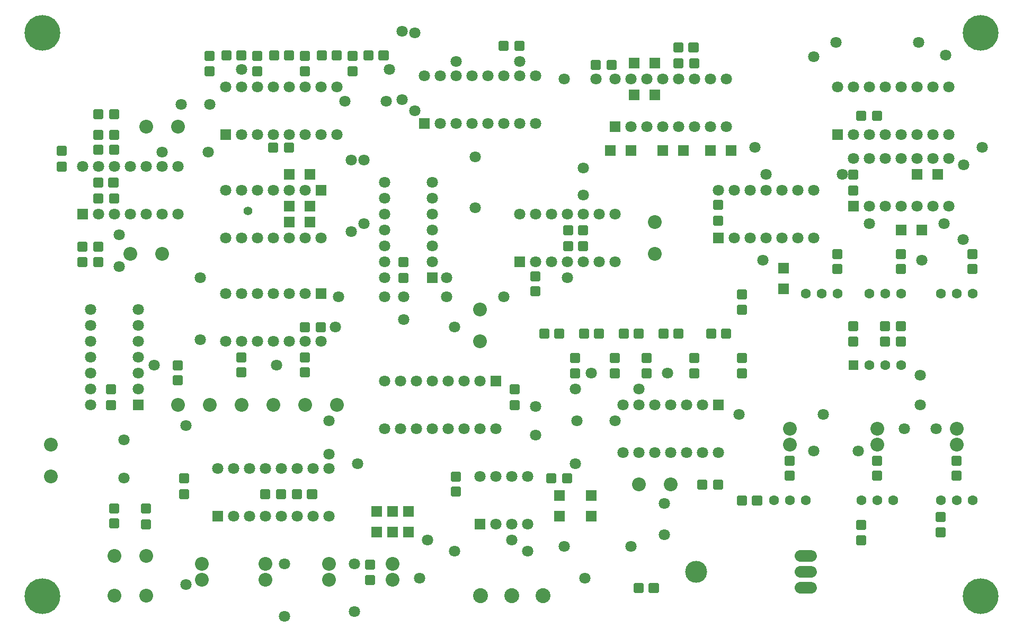
<source format=gbr>
G04 EAGLE Gerber RS-274X export*
G75*
%MOMM*%
%FSLAX34Y34*%
%LPD*%
%INSoldermask Bottom*%
%IPPOS*%
%AMOC8*
5,1,8,0,0,1.08239X$1,22.5*%
G01*
%ADD10C,2.203200*%
%ADD11C,0.480959*%
%ADD12R,1.703200X1.703200*%
%ADD13R,1.603200X1.603200*%
%ADD14C,1.603200*%
%ADD15C,1.879600*%
%ADD16C,3.505200*%
%ADD17R,1.803200X1.803200*%
%ADD18C,1.803200*%
%ADD19C,2.387600*%
%ADD20C,1.409600*%
%ADD21C,5.703200*%


D10*
X1003300Y228600D03*
X1054100Y228600D03*
D11*
X221511Y170711D02*
X221511Y159489D01*
X210289Y159489D01*
X210289Y170711D01*
X221511Y170711D01*
X221511Y164058D02*
X210289Y164058D01*
X210289Y168627D02*
X221511Y168627D01*
X221511Y184889D02*
X221511Y196111D01*
X221511Y184889D02*
X210289Y184889D01*
X210289Y196111D01*
X221511Y196111D01*
X221511Y189458D02*
X210289Y189458D01*
X210289Y194027D02*
X221511Y194027D01*
X145311Y814809D02*
X134089Y814809D01*
X134089Y826031D01*
X145311Y826031D01*
X145311Y814809D01*
X145311Y819378D02*
X134089Y819378D01*
X134089Y823947D02*
X145311Y823947D01*
X159489Y814809D02*
X170711Y814809D01*
X159489Y814809D02*
X159489Y826031D01*
X170711Y826031D01*
X170711Y814809D01*
X170711Y819378D02*
X159489Y819378D01*
X159489Y823947D02*
X170711Y823947D01*
D10*
X368300Y355600D03*
X419100Y355600D03*
X469900Y355600D03*
X520700Y355600D03*
X266700Y355600D03*
X317500Y355600D03*
D11*
X810791Y361211D02*
X810791Y349989D01*
X799569Y349989D01*
X799569Y361211D01*
X810791Y361211D01*
X810791Y354558D02*
X799569Y354558D01*
X799569Y359127D02*
X810791Y359127D01*
X810791Y375389D02*
X810791Y386611D01*
X810791Y375389D02*
X799569Y375389D01*
X799569Y386611D01*
X810791Y386611D01*
X810791Y379958D02*
X799569Y379958D01*
X799569Y384527D02*
X810791Y384527D01*
X1340589Y718289D02*
X1340589Y729511D01*
X1351811Y729511D01*
X1351811Y718289D01*
X1340589Y718289D01*
X1340589Y722858D02*
X1351811Y722858D01*
X1351811Y727427D02*
X1340589Y727427D01*
X1340589Y704111D02*
X1340589Y692889D01*
X1340589Y704111D02*
X1351811Y704111D01*
X1351811Y692889D01*
X1340589Y692889D01*
X1340589Y697458D02*
X1351811Y697458D01*
X1351811Y702027D02*
X1340589Y702027D01*
D10*
X190500Y596900D03*
X241300Y596900D03*
X215900Y800100D03*
X266700Y800100D03*
D11*
X170711Y691411D02*
X159489Y691411D01*
X170711Y691411D02*
X170711Y680189D01*
X159489Y680189D01*
X159489Y691411D01*
X159489Y684758D02*
X170711Y684758D01*
X170711Y689327D02*
X159489Y689327D01*
X145311Y691411D02*
X134089Y691411D01*
X145311Y691411D02*
X145311Y680189D01*
X134089Y680189D01*
X134089Y691411D01*
X134089Y684758D02*
X145311Y684758D01*
X145311Y689327D02*
X134089Y689327D01*
X857989Y233149D02*
X869211Y233149D01*
X857989Y233149D02*
X857989Y244371D01*
X869211Y244371D01*
X869211Y233149D01*
X869211Y237718D02*
X857989Y237718D01*
X857989Y242287D02*
X869211Y242287D01*
X883389Y233149D02*
X894611Y233149D01*
X883389Y233149D02*
X883389Y244371D01*
X894611Y244371D01*
X894611Y233149D01*
X894611Y237718D02*
X883389Y237718D01*
X883389Y242287D02*
X894611Y242287D01*
X412011Y207749D02*
X400789Y207749D01*
X400789Y218971D01*
X412011Y218971D01*
X412011Y207749D01*
X412011Y212318D02*
X400789Y212318D01*
X400789Y216887D02*
X412011Y216887D01*
X426189Y207749D02*
X437411Y207749D01*
X426189Y207749D02*
X426189Y218971D01*
X437411Y218971D01*
X437411Y207749D01*
X437411Y212318D02*
X426189Y212318D01*
X426189Y216887D02*
X437411Y216887D01*
X1353289Y812269D02*
X1364511Y812269D01*
X1353289Y812269D02*
X1353289Y823491D01*
X1364511Y823491D01*
X1364511Y812269D01*
X1364511Y816838D02*
X1353289Y816838D01*
X1353289Y821407D02*
X1364511Y821407D01*
X1378689Y812269D02*
X1389911Y812269D01*
X1378689Y812269D02*
X1378689Y823491D01*
X1389911Y823491D01*
X1389911Y812269D01*
X1389911Y816838D02*
X1378689Y816838D01*
X1378689Y821407D02*
X1389911Y821407D01*
X818411Y935251D02*
X807189Y935251D01*
X818411Y935251D02*
X818411Y924029D01*
X807189Y924029D01*
X807189Y935251D01*
X807189Y928598D02*
X818411Y928598D01*
X818411Y933167D02*
X807189Y933167D01*
X793011Y935251D02*
X781789Y935251D01*
X793011Y935251D02*
X793011Y924029D01*
X781789Y924029D01*
X781789Y935251D01*
X781789Y928598D02*
X793011Y928598D01*
X793011Y933167D02*
X781789Y933167D01*
X271249Y244371D02*
X271249Y233149D01*
X271249Y244371D02*
X282471Y244371D01*
X282471Y233149D01*
X271249Y233149D01*
X271249Y237718D02*
X282471Y237718D01*
X282471Y242287D02*
X271249Y242287D01*
X271249Y218971D02*
X271249Y207749D01*
X271249Y218971D02*
X282471Y218971D01*
X282471Y207749D01*
X271249Y207749D01*
X271249Y212318D02*
X282471Y212318D01*
X282471Y216887D02*
X271249Y216887D01*
X165631Y349989D02*
X165631Y361211D01*
X165631Y349989D02*
X154409Y349989D01*
X154409Y361211D01*
X165631Y361211D01*
X165631Y354558D02*
X154409Y354558D01*
X154409Y359127D02*
X165631Y359127D01*
X165631Y375389D02*
X165631Y386611D01*
X165631Y375389D02*
X154409Y375389D01*
X154409Y386611D01*
X165631Y386611D01*
X165631Y379958D02*
X154409Y379958D01*
X154409Y384527D02*
X165631Y384527D01*
X1061189Y896089D02*
X1072411Y896089D01*
X1061189Y896089D02*
X1061189Y907311D01*
X1072411Y907311D01*
X1072411Y896089D01*
X1072411Y900658D02*
X1061189Y900658D01*
X1061189Y905227D02*
X1072411Y905227D01*
X1086589Y896089D02*
X1097811Y896089D01*
X1086589Y896089D02*
X1086589Y907311D01*
X1097811Y907311D01*
X1097811Y896089D01*
X1097811Y900658D02*
X1086589Y900658D01*
X1086589Y905227D02*
X1097811Y905227D01*
X86891Y742211D02*
X86891Y730989D01*
X75669Y730989D01*
X75669Y742211D01*
X86891Y742211D01*
X86891Y735558D02*
X75669Y735558D01*
X75669Y740127D02*
X86891Y740127D01*
X86891Y756389D02*
X86891Y767611D01*
X86891Y756389D02*
X75669Y756389D01*
X75669Y767611D01*
X86891Y767611D01*
X86891Y760958D02*
X75669Y760958D01*
X75669Y765527D02*
X86891Y765527D01*
D10*
X749300Y508000D03*
X749300Y457200D03*
X1028700Y647700D03*
X1028700Y596900D03*
D11*
X632991Y564411D02*
X632991Y553189D01*
X621769Y553189D01*
X621769Y564411D01*
X632991Y564411D01*
X632991Y557758D02*
X621769Y557758D01*
X621769Y562327D02*
X632991Y562327D01*
X632991Y578589D02*
X632991Y589811D01*
X632991Y578589D02*
X621769Y578589D01*
X621769Y589811D01*
X632991Y589811D01*
X632991Y583158D02*
X621769Y583158D01*
X621769Y587727D02*
X632991Y587727D01*
X1124689Y670029D02*
X1124689Y681251D01*
X1135911Y681251D01*
X1135911Y670029D01*
X1124689Y670029D01*
X1124689Y674598D02*
X1135911Y674598D01*
X1135911Y679167D02*
X1124689Y679167D01*
X1124689Y655851D02*
X1124689Y644629D01*
X1124689Y655851D02*
X1135911Y655851D01*
X1135911Y644629D01*
X1124689Y644629D01*
X1124689Y649198D02*
X1135911Y649198D01*
X1135911Y653767D02*
X1124689Y653767D01*
X940331Y893549D02*
X929109Y893549D01*
X929109Y904771D01*
X940331Y904771D01*
X940331Y893549D01*
X940331Y898118D02*
X929109Y898118D01*
X929109Y902687D02*
X940331Y902687D01*
X954509Y893549D02*
X965731Y893549D01*
X954509Y893549D02*
X954509Y904771D01*
X965731Y904771D01*
X965731Y893549D01*
X965731Y898118D02*
X954509Y898118D01*
X954509Y902687D02*
X965731Y902687D01*
X1124689Y234211D02*
X1135911Y234211D01*
X1135911Y222989D01*
X1124689Y222989D01*
X1124689Y234211D01*
X1124689Y227558D02*
X1135911Y227558D01*
X1135911Y232127D02*
X1124689Y232127D01*
X1110511Y234211D02*
X1099289Y234211D01*
X1110511Y234211D02*
X1110511Y222989D01*
X1099289Y222989D01*
X1099289Y234211D01*
X1099289Y227558D02*
X1110511Y227558D01*
X1110511Y232127D02*
X1099289Y232127D01*
X500911Y485671D02*
X489689Y485671D01*
X500911Y485671D02*
X500911Y474449D01*
X489689Y474449D01*
X489689Y485671D01*
X489689Y479018D02*
X500911Y479018D01*
X500911Y483587D02*
X489689Y483587D01*
X475511Y485671D02*
X464289Y485671D01*
X475511Y485671D02*
X475511Y474449D01*
X464289Y474449D01*
X464289Y485671D01*
X464289Y479018D02*
X475511Y479018D01*
X475511Y483587D02*
X464289Y483587D01*
D12*
X927100Y177800D03*
X927100Y210800D03*
X635000Y152400D03*
X635000Y185400D03*
X609600Y152400D03*
X609600Y185400D03*
X1028700Y850900D03*
X995700Y850900D03*
X1028700Y901700D03*
X995700Y901700D03*
X990600Y762000D03*
X957600Y762000D03*
X1041400Y762000D03*
X1074400Y762000D03*
X1117600Y762000D03*
X1150600Y762000D03*
X876300Y177800D03*
X876300Y210800D03*
X444500Y647700D03*
X477500Y647700D03*
X444500Y723900D03*
X477500Y723900D03*
X444500Y673100D03*
X477500Y673100D03*
X1234440Y574040D03*
X1234440Y541040D03*
X1422400Y635000D03*
X1455400Y635000D03*
X1447800Y723900D03*
X1480800Y723900D03*
X584200Y152400D03*
X584200Y185400D03*
D10*
X304800Y101600D03*
X304800Y76200D03*
X406400Y101600D03*
X406400Y76200D03*
X508000Y101600D03*
X508000Y76200D03*
X609600Y101600D03*
X609600Y76200D03*
X1244600Y317500D03*
X1244600Y292100D03*
X1384300Y317500D03*
X1384300Y292100D03*
X1511300Y317500D03*
X1511300Y292100D03*
D13*
X1346200Y419100D03*
D14*
X1371600Y419100D03*
X1397000Y419100D03*
X1422400Y419100D03*
D15*
X1278382Y63500D02*
X1261618Y63500D01*
X1261618Y88900D02*
X1278382Y88900D01*
X1278382Y114300D02*
X1261618Y114300D01*
D16*
X1094740Y88900D03*
D14*
X1270000Y203200D03*
X1244600Y203200D03*
X1219200Y203200D03*
X1409700Y203200D03*
X1384300Y203200D03*
X1358900Y203200D03*
X1536700Y203200D03*
X1511300Y203200D03*
X1485900Y203200D03*
X1485900Y533400D03*
X1511300Y533400D03*
X1536700Y533400D03*
X1371600Y533400D03*
X1397000Y533400D03*
X1422400Y533400D03*
X1270000Y533400D03*
X1295400Y533400D03*
X1320800Y533400D03*
D11*
X705589Y246911D02*
X705589Y235689D01*
X705589Y246911D02*
X716811Y246911D01*
X716811Y235689D01*
X705589Y235689D01*
X705589Y240258D02*
X716811Y240258D01*
X716811Y244827D02*
X705589Y244827D01*
X705589Y222911D02*
X705589Y211689D01*
X705589Y222911D02*
X716811Y222911D01*
X716811Y211689D01*
X705589Y211689D01*
X705589Y216258D02*
X716811Y216258D01*
X716811Y220827D02*
X705589Y220827D01*
X934189Y475511D02*
X945411Y475511D01*
X945411Y464289D01*
X934189Y464289D01*
X934189Y475511D01*
X934189Y468858D02*
X945411Y468858D01*
X945411Y473427D02*
X934189Y473427D01*
X921411Y475511D02*
X910189Y475511D01*
X921411Y475511D02*
X921411Y464289D01*
X910189Y464289D01*
X910189Y475511D01*
X910189Y468858D02*
X921411Y468858D01*
X921411Y473427D02*
X910189Y473427D01*
X907311Y412011D02*
X907311Y400789D01*
X896089Y400789D01*
X896089Y412011D01*
X907311Y412011D01*
X907311Y405358D02*
X896089Y405358D01*
X896089Y409927D02*
X907311Y409927D01*
X907311Y424789D02*
X907311Y436011D01*
X907311Y424789D02*
X896089Y424789D01*
X896089Y436011D01*
X907311Y436011D01*
X907311Y429358D02*
X896089Y429358D01*
X896089Y433927D02*
X907311Y433927D01*
X1174011Y502389D02*
X1174011Y513611D01*
X1174011Y502389D02*
X1162789Y502389D01*
X1162789Y513611D01*
X1174011Y513611D01*
X1174011Y506958D02*
X1162789Y506958D01*
X1162789Y511527D02*
X1174011Y511527D01*
X1174011Y526389D02*
X1174011Y537611D01*
X1174011Y526389D02*
X1162789Y526389D01*
X1162789Y537611D01*
X1174011Y537611D01*
X1174011Y530958D02*
X1162789Y530958D01*
X1162789Y535527D02*
X1174011Y535527D01*
X881911Y475511D02*
X870689Y475511D01*
X881911Y475511D02*
X881911Y464289D01*
X870689Y464289D01*
X870689Y475511D01*
X870689Y468858D02*
X881911Y468858D01*
X881911Y473427D02*
X870689Y473427D01*
X857911Y475511D02*
X846689Y475511D01*
X857911Y475511D02*
X857911Y464289D01*
X846689Y464289D01*
X846689Y475511D01*
X846689Y468858D02*
X857911Y468858D01*
X857911Y473427D02*
X846689Y473427D01*
X832589Y555729D02*
X832589Y566951D01*
X843811Y566951D01*
X843811Y555729D01*
X832589Y555729D01*
X832589Y560298D02*
X843811Y560298D01*
X843811Y564867D02*
X832589Y564867D01*
X832589Y542951D02*
X832589Y531729D01*
X832589Y542951D02*
X843811Y542951D01*
X843811Y531729D01*
X832589Y531729D01*
X832589Y536298D02*
X843811Y536298D01*
X843811Y540867D02*
X832589Y540867D01*
X908789Y615211D02*
X920011Y615211D01*
X920011Y603989D01*
X908789Y603989D01*
X908789Y615211D01*
X908789Y608558D02*
X920011Y608558D01*
X920011Y613127D02*
X908789Y613127D01*
X896011Y615211D02*
X884789Y615211D01*
X896011Y615211D02*
X896011Y603989D01*
X884789Y603989D01*
X884789Y615211D01*
X884789Y608558D02*
X896011Y608558D01*
X896011Y613127D02*
X884789Y613127D01*
X908789Y640611D02*
X920011Y640611D01*
X920011Y629389D01*
X908789Y629389D01*
X908789Y640611D01*
X908789Y633958D02*
X920011Y633958D01*
X920011Y638527D02*
X908789Y638527D01*
X896011Y640611D02*
X884789Y640611D01*
X896011Y640611D02*
X896011Y629389D01*
X884789Y629389D01*
X884789Y640611D01*
X884789Y633958D02*
X896011Y633958D01*
X896011Y638527D02*
X884789Y638527D01*
X159489Y196111D02*
X159489Y184889D01*
X159489Y196111D02*
X170711Y196111D01*
X170711Y184889D01*
X159489Y184889D01*
X159489Y189458D02*
X170711Y189458D01*
X170711Y194027D02*
X159489Y194027D01*
X159489Y172111D02*
X159489Y160889D01*
X159489Y172111D02*
X170711Y172111D01*
X170711Y160889D01*
X159489Y160889D01*
X159489Y165458D02*
X170711Y165458D01*
X170711Y170027D02*
X159489Y170027D01*
X579651Y81811D02*
X579651Y70589D01*
X568429Y70589D01*
X568429Y81811D01*
X579651Y81811D01*
X579651Y75158D02*
X568429Y75158D01*
X568429Y79727D02*
X579651Y79727D01*
X579651Y94589D02*
X579651Y105811D01*
X579651Y94589D02*
X568429Y94589D01*
X568429Y105811D01*
X579651Y105811D01*
X579651Y99158D02*
X568429Y99158D01*
X568429Y103727D02*
X579651Y103727D01*
X362689Y426189D02*
X362689Y437411D01*
X373911Y437411D01*
X373911Y426189D01*
X362689Y426189D01*
X362689Y430758D02*
X373911Y430758D01*
X373911Y435327D02*
X362689Y435327D01*
X362689Y413411D02*
X362689Y402189D01*
X362689Y413411D02*
X373911Y413411D01*
X373911Y402189D01*
X362689Y402189D01*
X362689Y406758D02*
X373911Y406758D01*
X373911Y411327D02*
X362689Y411327D01*
X997689Y57889D02*
X1008911Y57889D01*
X997689Y57889D02*
X997689Y69111D01*
X1008911Y69111D01*
X1008911Y57889D01*
X1008911Y62458D02*
X997689Y62458D01*
X997689Y67027D02*
X1008911Y67027D01*
X1021689Y57889D02*
X1032911Y57889D01*
X1021689Y57889D02*
X1021689Y69111D01*
X1032911Y69111D01*
X1032911Y57889D01*
X1032911Y62458D02*
X1021689Y62458D01*
X1021689Y67027D02*
X1032911Y67027D01*
X464289Y426189D02*
X464289Y437411D01*
X475511Y437411D01*
X475511Y426189D01*
X464289Y426189D01*
X464289Y430758D02*
X475511Y430758D01*
X475511Y435327D02*
X464289Y435327D01*
X464289Y413411D02*
X464289Y402189D01*
X464289Y413411D02*
X475511Y413411D01*
X475511Y402189D01*
X464289Y402189D01*
X464289Y406758D02*
X475511Y406758D01*
X475511Y411327D02*
X464289Y411327D01*
X261089Y413489D02*
X261089Y424711D01*
X272311Y424711D01*
X272311Y413489D01*
X261089Y413489D01*
X261089Y418058D02*
X272311Y418058D01*
X272311Y422627D02*
X261089Y422627D01*
X261089Y400711D02*
X261089Y389489D01*
X261089Y400711D02*
X272311Y400711D01*
X272311Y389489D01*
X261089Y389489D01*
X261089Y394058D02*
X272311Y394058D01*
X272311Y398627D02*
X261089Y398627D01*
X1162789Y197589D02*
X1174011Y197589D01*
X1162789Y197589D02*
X1162789Y208811D01*
X1174011Y208811D01*
X1174011Y197589D01*
X1174011Y202158D02*
X1162789Y202158D01*
X1162789Y206727D02*
X1174011Y206727D01*
X1186789Y197589D02*
X1198011Y197589D01*
X1186789Y197589D02*
X1186789Y208811D01*
X1198011Y208811D01*
X1198011Y197589D01*
X1198011Y202158D02*
X1186789Y202158D01*
X1186789Y206727D02*
X1198011Y206727D01*
X1238989Y261089D02*
X1238989Y272311D01*
X1250211Y272311D01*
X1250211Y261089D01*
X1238989Y261089D01*
X1238989Y265658D02*
X1250211Y265658D01*
X1250211Y270227D02*
X1238989Y270227D01*
X1238989Y248311D02*
X1238989Y237089D01*
X1238989Y248311D02*
X1250211Y248311D01*
X1250211Y237089D01*
X1238989Y237089D01*
X1238989Y241658D02*
X1250211Y241658D01*
X1250211Y246227D02*
X1238989Y246227D01*
X1364511Y145311D02*
X1364511Y134089D01*
X1353289Y134089D01*
X1353289Y145311D01*
X1364511Y145311D01*
X1364511Y138658D02*
X1353289Y138658D01*
X1353289Y143227D02*
X1364511Y143227D01*
X1364511Y158089D02*
X1364511Y169311D01*
X1364511Y158089D02*
X1353289Y158089D01*
X1353289Y169311D01*
X1364511Y169311D01*
X1364511Y162658D02*
X1353289Y162658D01*
X1353289Y167227D02*
X1364511Y167227D01*
X1378689Y261089D02*
X1378689Y272311D01*
X1389911Y272311D01*
X1389911Y261089D01*
X1378689Y261089D01*
X1378689Y265658D02*
X1389911Y265658D01*
X1389911Y270227D02*
X1378689Y270227D01*
X1378689Y248311D02*
X1378689Y237089D01*
X1378689Y248311D02*
X1389911Y248311D01*
X1389911Y237089D01*
X1378689Y237089D01*
X1378689Y241658D02*
X1389911Y241658D01*
X1389911Y246227D02*
X1378689Y246227D01*
X1491511Y158011D02*
X1491511Y146789D01*
X1480289Y146789D01*
X1480289Y158011D01*
X1491511Y158011D01*
X1491511Y151358D02*
X1480289Y151358D01*
X1480289Y155927D02*
X1491511Y155927D01*
X1491511Y170789D02*
X1491511Y182011D01*
X1491511Y170789D02*
X1480289Y170789D01*
X1480289Y182011D01*
X1491511Y182011D01*
X1491511Y175358D02*
X1480289Y175358D01*
X1480289Y179927D02*
X1491511Y179927D01*
X1505689Y261089D02*
X1505689Y272311D01*
X1516911Y272311D01*
X1516911Y261089D01*
X1505689Y261089D01*
X1505689Y265658D02*
X1516911Y265658D01*
X1516911Y270227D02*
X1505689Y270227D01*
X1505689Y248311D02*
X1505689Y237089D01*
X1505689Y248311D02*
X1516911Y248311D01*
X1516911Y237089D01*
X1505689Y237089D01*
X1505689Y241658D02*
X1516911Y241658D01*
X1516911Y246227D02*
X1505689Y246227D01*
X1428011Y451589D02*
X1428011Y462811D01*
X1428011Y451589D02*
X1416789Y451589D01*
X1416789Y462811D01*
X1428011Y462811D01*
X1428011Y456158D02*
X1416789Y456158D01*
X1416789Y460727D02*
X1428011Y460727D01*
X1428011Y475589D02*
X1428011Y486811D01*
X1428011Y475589D02*
X1416789Y475589D01*
X1416789Y486811D01*
X1428011Y486811D01*
X1428011Y480158D02*
X1416789Y480158D01*
X1416789Y484727D02*
X1428011Y484727D01*
X1402611Y462811D02*
X1402611Y451589D01*
X1391389Y451589D01*
X1391389Y462811D01*
X1402611Y462811D01*
X1402611Y456158D02*
X1391389Y456158D01*
X1391389Y460727D02*
X1402611Y460727D01*
X1402611Y475589D02*
X1402611Y486811D01*
X1402611Y475589D02*
X1391389Y475589D01*
X1391389Y486811D01*
X1402611Y486811D01*
X1402611Y480158D02*
X1391389Y480158D01*
X1391389Y484727D02*
X1402611Y484727D01*
X1174011Y412011D02*
X1174011Y400789D01*
X1162789Y400789D01*
X1162789Y412011D01*
X1174011Y412011D01*
X1174011Y405358D02*
X1162789Y405358D01*
X1162789Y409927D02*
X1174011Y409927D01*
X1174011Y424789D02*
X1174011Y436011D01*
X1174011Y424789D02*
X1162789Y424789D01*
X1162789Y436011D01*
X1174011Y436011D01*
X1174011Y429358D02*
X1162789Y429358D01*
X1162789Y433927D02*
X1174011Y433927D01*
X1351811Y451589D02*
X1351811Y462811D01*
X1351811Y451589D02*
X1340589Y451589D01*
X1340589Y462811D01*
X1351811Y462811D01*
X1351811Y456158D02*
X1340589Y456158D01*
X1340589Y460727D02*
X1351811Y460727D01*
X1351811Y475589D02*
X1351811Y486811D01*
X1351811Y475589D02*
X1340589Y475589D01*
X1340589Y486811D01*
X1351811Y486811D01*
X1351811Y480158D02*
X1340589Y480158D01*
X1340589Y484727D02*
X1351811Y484727D01*
X1531089Y591289D02*
X1531089Y602511D01*
X1542311Y602511D01*
X1542311Y591289D01*
X1531089Y591289D01*
X1531089Y595858D02*
X1542311Y595858D01*
X1542311Y600427D02*
X1531089Y600427D01*
X1531089Y578511D02*
X1531089Y567289D01*
X1531089Y578511D02*
X1542311Y578511D01*
X1542311Y567289D01*
X1531089Y567289D01*
X1531089Y571858D02*
X1542311Y571858D01*
X1542311Y576427D02*
X1531089Y576427D01*
X1416789Y591289D02*
X1416789Y602511D01*
X1428011Y602511D01*
X1428011Y591289D01*
X1416789Y591289D01*
X1416789Y595858D02*
X1428011Y595858D01*
X1428011Y600427D02*
X1416789Y600427D01*
X1416789Y578511D02*
X1416789Y567289D01*
X1416789Y578511D02*
X1428011Y578511D01*
X1428011Y567289D01*
X1416789Y567289D01*
X1416789Y571858D02*
X1428011Y571858D01*
X1428011Y576427D02*
X1416789Y576427D01*
X1315189Y591289D02*
X1315189Y602511D01*
X1326411Y602511D01*
X1326411Y591289D01*
X1315189Y591289D01*
X1315189Y595858D02*
X1326411Y595858D01*
X1326411Y600427D02*
X1315189Y600427D01*
X1315189Y578511D02*
X1315189Y567289D01*
X1315189Y578511D02*
X1326411Y578511D01*
X1326411Y567289D01*
X1315189Y567289D01*
X1315189Y571858D02*
X1326411Y571858D01*
X1326411Y576427D02*
X1315189Y576427D01*
X119911Y578589D02*
X119911Y589811D01*
X119911Y578589D02*
X108689Y578589D01*
X108689Y589811D01*
X119911Y589811D01*
X119911Y583158D02*
X108689Y583158D01*
X108689Y587727D02*
X119911Y587727D01*
X119911Y602589D02*
X119911Y613811D01*
X119911Y602589D02*
X108689Y602589D01*
X108689Y613811D01*
X119911Y613811D01*
X119911Y607158D02*
X108689Y607158D01*
X108689Y611727D02*
X119911Y611727D01*
X145311Y589811D02*
X145311Y578589D01*
X134089Y578589D01*
X134089Y589811D01*
X145311Y589811D01*
X145311Y583158D02*
X134089Y583158D01*
X134089Y587727D02*
X145311Y587727D01*
X145311Y602589D02*
X145311Y613811D01*
X145311Y602589D02*
X134089Y602589D01*
X134089Y613811D01*
X145311Y613811D01*
X145311Y607158D02*
X134089Y607158D01*
X134089Y611727D02*
X145311Y611727D01*
X134089Y781789D02*
X134089Y793011D01*
X145311Y793011D01*
X145311Y781789D01*
X134089Y781789D01*
X134089Y786358D02*
X145311Y786358D01*
X145311Y790927D02*
X134089Y790927D01*
X134089Y769011D02*
X134089Y757789D01*
X134089Y769011D02*
X145311Y769011D01*
X145311Y757789D01*
X134089Y757789D01*
X134089Y762358D02*
X145311Y762358D01*
X145311Y766927D02*
X134089Y766927D01*
X159489Y781789D02*
X159489Y793011D01*
X170711Y793011D01*
X170711Y781789D01*
X159489Y781789D01*
X159489Y786358D02*
X170711Y786358D01*
X170711Y790927D02*
X159489Y790927D01*
X159489Y769011D02*
X159489Y757789D01*
X159489Y769011D02*
X170711Y769011D01*
X170711Y757789D01*
X159489Y757789D01*
X159489Y762358D02*
X170711Y762358D01*
X170711Y766927D02*
X159489Y766927D01*
X1061189Y921489D02*
X1072411Y921489D01*
X1061189Y921489D02*
X1061189Y932711D01*
X1072411Y932711D01*
X1072411Y921489D01*
X1072411Y926058D02*
X1061189Y926058D01*
X1061189Y930627D02*
X1072411Y930627D01*
X1085189Y921489D02*
X1096411Y921489D01*
X1085189Y921489D02*
X1085189Y932711D01*
X1096411Y932711D01*
X1096411Y921489D01*
X1096411Y926058D02*
X1085189Y926058D01*
X1085189Y930627D02*
X1096411Y930627D01*
X551711Y894611D02*
X551711Y883389D01*
X540489Y883389D01*
X540489Y894611D01*
X551711Y894611D01*
X551711Y887958D02*
X540489Y887958D01*
X540489Y892527D02*
X551711Y892527D01*
X551711Y907389D02*
X551711Y918611D01*
X551711Y907389D02*
X540489Y907389D01*
X540489Y918611D01*
X551711Y918611D01*
X551711Y911958D02*
X540489Y911958D01*
X540489Y916527D02*
X551711Y916527D01*
X1137389Y475511D02*
X1148611Y475511D01*
X1148611Y464289D01*
X1137389Y464289D01*
X1137389Y475511D01*
X1137389Y468858D02*
X1148611Y468858D01*
X1148611Y473427D02*
X1137389Y473427D01*
X1124611Y475511D02*
X1113389Y475511D01*
X1124611Y475511D02*
X1124611Y464289D01*
X1113389Y464289D01*
X1113389Y475511D01*
X1113389Y468858D02*
X1124611Y468858D01*
X1124611Y473427D02*
X1113389Y473427D01*
X526311Y920011D02*
X515089Y920011D01*
X526311Y920011D02*
X526311Y908789D01*
X515089Y908789D01*
X515089Y920011D01*
X515089Y913358D02*
X526311Y913358D01*
X526311Y917927D02*
X515089Y917927D01*
X502311Y920011D02*
X491089Y920011D01*
X502311Y920011D02*
X502311Y908789D01*
X491089Y908789D01*
X491089Y920011D01*
X491089Y913358D02*
X502311Y913358D01*
X502311Y917927D02*
X491089Y917927D01*
X475511Y894611D02*
X475511Y883389D01*
X464289Y883389D01*
X464289Y894611D01*
X475511Y894611D01*
X475511Y887958D02*
X464289Y887958D01*
X464289Y892527D02*
X475511Y892527D01*
X475511Y907389D02*
X475511Y918611D01*
X475511Y907389D02*
X464289Y907389D01*
X464289Y918611D01*
X475511Y918611D01*
X475511Y911958D02*
X464289Y911958D01*
X464289Y916527D02*
X475511Y916527D01*
X450111Y920011D02*
X438889Y920011D01*
X450111Y920011D02*
X450111Y908789D01*
X438889Y908789D01*
X438889Y920011D01*
X438889Y913358D02*
X450111Y913358D01*
X450111Y917927D02*
X438889Y917927D01*
X426111Y920011D02*
X414889Y920011D01*
X426111Y920011D02*
X426111Y908789D01*
X414889Y908789D01*
X414889Y920011D01*
X414889Y913358D02*
X426111Y913358D01*
X426111Y917927D02*
X414889Y917927D01*
X399311Y894611D02*
X399311Y883389D01*
X388089Y883389D01*
X388089Y894611D01*
X399311Y894611D01*
X399311Y887958D02*
X388089Y887958D01*
X388089Y892527D02*
X399311Y892527D01*
X399311Y907389D02*
X399311Y918611D01*
X399311Y907389D02*
X388089Y907389D01*
X388089Y918611D01*
X399311Y918611D01*
X399311Y911958D02*
X388089Y911958D01*
X388089Y916527D02*
X399311Y916527D01*
X373911Y920011D02*
X362689Y920011D01*
X373911Y920011D02*
X373911Y908789D01*
X362689Y908789D01*
X362689Y920011D01*
X362689Y913358D02*
X373911Y913358D01*
X373911Y917927D02*
X362689Y917927D01*
X349911Y920011D02*
X338689Y920011D01*
X349911Y920011D02*
X349911Y908789D01*
X338689Y908789D01*
X338689Y920011D01*
X338689Y913358D02*
X349911Y913358D01*
X349911Y917927D02*
X338689Y917927D01*
X323111Y894611D02*
X323111Y883389D01*
X311889Y883389D01*
X311889Y894611D01*
X323111Y894611D01*
X323111Y887958D02*
X311889Y887958D01*
X311889Y892527D02*
X323111Y892527D01*
X323111Y907389D02*
X323111Y918611D01*
X323111Y907389D02*
X311889Y907389D01*
X311889Y918611D01*
X323111Y918611D01*
X323111Y911958D02*
X311889Y911958D01*
X311889Y916527D02*
X323111Y916527D01*
X565889Y908789D02*
X577111Y908789D01*
X565889Y908789D02*
X565889Y920011D01*
X577111Y920011D01*
X577111Y908789D01*
X577111Y913358D02*
X565889Y913358D01*
X565889Y917927D02*
X577111Y917927D01*
X589889Y908789D02*
X601111Y908789D01*
X589889Y908789D02*
X589889Y920011D01*
X601111Y920011D01*
X601111Y908789D01*
X601111Y913358D02*
X589889Y913358D01*
X589889Y917927D02*
X601111Y917927D01*
X145311Y705589D02*
X134089Y705589D01*
X134089Y716811D01*
X145311Y716811D01*
X145311Y705589D01*
X145311Y710158D02*
X134089Y710158D01*
X134089Y714727D02*
X145311Y714727D01*
X158089Y705589D02*
X169311Y705589D01*
X158089Y705589D02*
X158089Y716811D01*
X169311Y716811D01*
X169311Y705589D01*
X169311Y710158D02*
X158089Y710158D01*
X158089Y714727D02*
X169311Y714727D01*
X451589Y207749D02*
X462811Y207749D01*
X451589Y207749D02*
X451589Y218971D01*
X462811Y218971D01*
X462811Y207749D01*
X462811Y212318D02*
X451589Y212318D01*
X451589Y216887D02*
X462811Y216887D01*
X475589Y207749D02*
X486811Y207749D01*
X475589Y207749D02*
X475589Y218971D01*
X486811Y218971D01*
X486811Y207749D01*
X486811Y212318D02*
X475589Y212318D01*
X475589Y216887D02*
X486811Y216887D01*
X1097811Y400789D02*
X1097811Y412011D01*
X1097811Y400789D02*
X1086589Y400789D01*
X1086589Y412011D01*
X1097811Y412011D01*
X1097811Y405358D02*
X1086589Y405358D01*
X1086589Y409927D02*
X1097811Y409927D01*
X1097811Y424789D02*
X1097811Y436011D01*
X1097811Y424789D02*
X1086589Y424789D01*
X1086589Y436011D01*
X1097811Y436011D01*
X1097811Y429358D02*
X1086589Y429358D01*
X1086589Y433927D02*
X1097811Y433927D01*
X1072411Y475511D02*
X1061189Y475511D01*
X1072411Y475511D02*
X1072411Y464289D01*
X1061189Y464289D01*
X1061189Y475511D01*
X1061189Y468858D02*
X1072411Y468858D01*
X1072411Y473427D02*
X1061189Y473427D01*
X1048411Y475511D02*
X1037189Y475511D01*
X1048411Y475511D02*
X1048411Y464289D01*
X1037189Y464289D01*
X1037189Y475511D01*
X1037189Y468858D02*
X1048411Y468858D01*
X1048411Y473427D02*
X1037189Y473427D01*
X1021611Y412011D02*
X1021611Y400789D01*
X1010389Y400789D01*
X1010389Y412011D01*
X1021611Y412011D01*
X1021611Y405358D02*
X1010389Y405358D01*
X1010389Y409927D02*
X1021611Y409927D01*
X1021611Y424789D02*
X1021611Y436011D01*
X1021611Y424789D02*
X1010389Y424789D01*
X1010389Y436011D01*
X1021611Y436011D01*
X1021611Y429358D02*
X1010389Y429358D01*
X1010389Y433927D02*
X1021611Y433927D01*
X1008911Y475511D02*
X997689Y475511D01*
X1008911Y475511D02*
X1008911Y464289D01*
X997689Y464289D01*
X997689Y475511D01*
X997689Y468858D02*
X1008911Y468858D01*
X1008911Y473427D02*
X997689Y473427D01*
X984911Y475511D02*
X973689Y475511D01*
X984911Y475511D02*
X984911Y464289D01*
X973689Y464289D01*
X973689Y475511D01*
X973689Y468858D02*
X984911Y468858D01*
X984911Y473427D02*
X973689Y473427D01*
X970811Y412011D02*
X970811Y400789D01*
X959589Y400789D01*
X959589Y412011D01*
X970811Y412011D01*
X970811Y405358D02*
X959589Y405358D01*
X959589Y409927D02*
X970811Y409927D01*
X970811Y424789D02*
X970811Y436011D01*
X970811Y424789D02*
X959589Y424789D01*
X959589Y436011D01*
X970811Y436011D01*
X970811Y429358D02*
X959589Y429358D01*
X959589Y433927D02*
X970811Y433927D01*
D10*
X165100Y114300D03*
X215900Y114300D03*
X215900Y50800D03*
X165100Y50800D03*
D17*
X749300Y165100D03*
D18*
X774700Y165100D03*
X800100Y165100D03*
X825500Y165100D03*
X825500Y241300D03*
X800100Y241300D03*
X774700Y241300D03*
X749300Y241300D03*
D17*
X114300Y660400D03*
D18*
X139700Y660400D03*
X165100Y660400D03*
X190500Y660400D03*
X215900Y660400D03*
X241300Y660400D03*
X266700Y660400D03*
X266700Y736600D03*
X241300Y736600D03*
X215900Y736600D03*
X190500Y736600D03*
X165100Y736600D03*
X139700Y736600D03*
X114300Y736600D03*
D17*
X1320800Y787400D03*
D18*
X1346200Y787400D03*
X1371600Y787400D03*
X1397000Y787400D03*
X1422400Y787400D03*
X1447800Y787400D03*
X1473200Y787400D03*
X1498600Y787400D03*
X1498600Y863600D03*
X1473200Y863600D03*
X1447800Y863600D03*
X1422400Y863600D03*
X1397000Y863600D03*
X1371600Y863600D03*
X1346200Y863600D03*
X1320800Y863600D03*
D17*
X965200Y800100D03*
D18*
X990600Y800100D03*
X1016000Y800100D03*
X1041400Y800100D03*
X1066800Y800100D03*
X1092200Y800100D03*
X1117600Y800100D03*
X1143000Y800100D03*
X1143000Y876300D03*
X1117600Y876300D03*
X1092200Y876300D03*
X1066800Y876300D03*
X1041400Y876300D03*
X1016000Y876300D03*
X990600Y876300D03*
X965200Y876300D03*
D17*
X660400Y805180D03*
D18*
X685800Y805180D03*
X711200Y805180D03*
X736600Y805180D03*
X762000Y805180D03*
X787400Y805180D03*
X812800Y805180D03*
X838200Y805180D03*
X838200Y881380D03*
X812800Y881380D03*
X787400Y881380D03*
X762000Y881380D03*
X736600Y881380D03*
X711200Y881380D03*
X685800Y881380D03*
X660400Y881380D03*
D17*
X342900Y787400D03*
D18*
X368300Y787400D03*
X393700Y787400D03*
X419100Y787400D03*
X444500Y787400D03*
X469900Y787400D03*
X495300Y787400D03*
X520700Y787400D03*
X520700Y863600D03*
X495300Y863600D03*
X469900Y863600D03*
X444500Y863600D03*
X419100Y863600D03*
X393700Y863600D03*
X368300Y863600D03*
X342900Y863600D03*
D17*
X1130300Y622300D03*
D18*
X1155700Y622300D03*
X1181100Y622300D03*
X1206500Y622300D03*
X1231900Y622300D03*
X1257300Y622300D03*
X1282700Y622300D03*
X1282700Y698500D03*
X1257300Y698500D03*
X1231900Y698500D03*
X1206500Y698500D03*
X1181100Y698500D03*
X1155700Y698500D03*
X1130300Y698500D03*
D17*
X1346200Y673100D03*
D18*
X1371600Y673100D03*
X1397000Y673100D03*
X1422400Y673100D03*
X1447800Y673100D03*
X1473200Y673100D03*
X1498600Y673100D03*
X1498600Y749300D03*
X1473200Y749300D03*
X1447800Y749300D03*
X1422400Y749300D03*
X1397000Y749300D03*
X1371600Y749300D03*
X1346200Y749300D03*
D17*
X774700Y393700D03*
D18*
X749300Y393700D03*
X723900Y393700D03*
X698500Y393700D03*
X673100Y393700D03*
X647700Y393700D03*
X622300Y393700D03*
X596900Y393700D03*
X596900Y317500D03*
X622300Y317500D03*
X647700Y317500D03*
X673100Y317500D03*
X698500Y317500D03*
X723900Y317500D03*
X749300Y317500D03*
X774700Y317500D03*
D17*
X1130300Y355600D03*
D18*
X1104900Y355600D03*
X1079500Y355600D03*
X1054100Y355600D03*
X1028700Y355600D03*
X1003300Y355600D03*
X977900Y355600D03*
X977900Y279400D03*
X1003300Y279400D03*
X1028700Y279400D03*
X1054100Y279400D03*
X1079500Y279400D03*
X1104900Y279400D03*
X1130300Y279400D03*
D17*
X673100Y558800D03*
D18*
X673100Y584200D03*
X673100Y609600D03*
X673100Y635000D03*
X673100Y660400D03*
X673100Y685800D03*
X673100Y711200D03*
X596900Y711200D03*
X596900Y685800D03*
X596900Y660400D03*
X596900Y635000D03*
X596900Y609600D03*
X596900Y584200D03*
X596900Y558800D03*
D17*
X812800Y584200D03*
D18*
X838200Y584200D03*
X863600Y584200D03*
X889000Y584200D03*
X914400Y584200D03*
X939800Y584200D03*
X965200Y584200D03*
X965200Y660400D03*
X939800Y660400D03*
X914400Y660400D03*
X889000Y660400D03*
X863600Y660400D03*
X838200Y660400D03*
X812800Y660400D03*
D17*
X495300Y698500D03*
D18*
X469900Y698500D03*
X444500Y698500D03*
X419100Y698500D03*
X393700Y698500D03*
X368300Y698500D03*
X342900Y698500D03*
X342900Y622300D03*
X368300Y622300D03*
X393700Y622300D03*
X419100Y622300D03*
X444500Y622300D03*
X469900Y622300D03*
X495300Y622300D03*
D17*
X330200Y177800D03*
D18*
X355600Y177800D03*
X381000Y177800D03*
X406400Y177800D03*
X431800Y177800D03*
X457200Y177800D03*
X482600Y177800D03*
X508000Y177800D03*
X508000Y254000D03*
X482600Y254000D03*
X457200Y254000D03*
X431800Y254000D03*
X406400Y254000D03*
X381000Y254000D03*
X355600Y254000D03*
X330200Y254000D03*
D17*
X495300Y533400D03*
D18*
X469900Y533400D03*
X444500Y533400D03*
X419100Y533400D03*
X393700Y533400D03*
X368300Y533400D03*
X342900Y533400D03*
X342900Y457200D03*
X368300Y457200D03*
X393700Y457200D03*
X419100Y457200D03*
X444500Y457200D03*
X469900Y457200D03*
X495300Y457200D03*
D17*
X203200Y355600D03*
D18*
X203200Y381000D03*
X203200Y406400D03*
X203200Y431800D03*
X203200Y457200D03*
X203200Y482600D03*
X203200Y508000D03*
X127000Y508000D03*
X127000Y482600D03*
X127000Y457200D03*
X127000Y431800D03*
X127000Y406400D03*
X127000Y381000D03*
X127000Y355600D03*
D19*
X750619Y50763D03*
X800619Y50763D03*
X850619Y50763D03*
D11*
X424711Y761469D02*
X413489Y761469D01*
X413489Y772691D01*
X424711Y772691D01*
X424711Y761469D01*
X424711Y766038D02*
X413489Y766038D01*
X413489Y770607D02*
X424711Y770607D01*
X438889Y761469D02*
X450111Y761469D01*
X438889Y761469D02*
X438889Y772691D01*
X450111Y772691D01*
X450111Y761469D01*
X450111Y766038D02*
X438889Y766038D01*
X438889Y770607D02*
X450111Y770607D01*
D10*
X63500Y292100D03*
X63500Y241300D03*
D18*
X180340Y299720D03*
X180340Y238760D03*
X523240Y528320D03*
X596900Y528320D03*
X599440Y840740D03*
X533400Y840740D03*
X711200Y904240D03*
X812800Y904240D03*
X1282700Y281940D03*
X1353820Y281940D03*
X1427480Y317500D03*
X1478280Y317500D03*
X1452880Y402970D03*
X1452880Y355600D03*
X708660Y121920D03*
X825500Y121920D03*
X990600Y129540D03*
X883920Y129540D03*
X1043940Y148210D03*
X1043940Y198120D03*
X627380Y491870D03*
X627380Y528320D03*
X883920Y876300D03*
X934720Y876300D03*
X1206500Y723900D03*
X1328420Y723900D03*
X241300Y759460D03*
X314960Y759460D03*
X172720Y627380D03*
X172720Y576580D03*
X838200Y307340D03*
X838200Y353060D03*
X695960Y558800D03*
X889000Y558800D03*
D20*
X378460Y665798D03*
D18*
X800100Y139700D03*
X665480Y139700D03*
X787400Y528320D03*
X695960Y528320D03*
X1049020Y406400D03*
X927100Y406400D03*
X965200Y330200D03*
X904240Y330200D03*
X741680Y751840D03*
X741680Y670560D03*
X543560Y632460D03*
X543560Y746760D03*
X914400Y690880D03*
X914400Y734060D03*
X1201420Y586740D03*
X1455420Y586740D03*
X563880Y645160D03*
X563880Y746760D03*
X1188720Y767080D03*
X1551940Y767080D03*
X436880Y101600D03*
X436880Y18160D03*
X1450340Y934720D03*
X1318260Y934720D03*
X548640Y101600D03*
X548640Y25400D03*
X1493520Y914400D03*
X1282700Y911860D03*
X302260Y459740D03*
X302260Y558800D03*
X424180Y419100D03*
X228600Y419100D03*
X1003300Y381000D03*
X901700Y381000D03*
X518160Y480060D03*
X708660Y480060D03*
X1297940Y340360D03*
X1163320Y340360D03*
X901700Y261620D03*
X553720Y261620D03*
X1521460Y619760D03*
X1522350Y739140D03*
X508000Y276860D03*
X508000Y330200D03*
X916940Y78740D03*
X652780Y78740D03*
X279400Y68580D03*
X279400Y322580D03*
X645160Y949960D03*
X645160Y825500D03*
X1371600Y645160D03*
X1490980Y645160D03*
X624840Y843280D03*
X624840Y952500D03*
X271780Y835660D03*
X317500Y835660D03*
X604520Y891540D03*
X368300Y891540D03*
D21*
X50000Y950000D03*
X1550000Y950000D03*
X1550000Y50000D03*
X50000Y50000D03*
M02*

</source>
